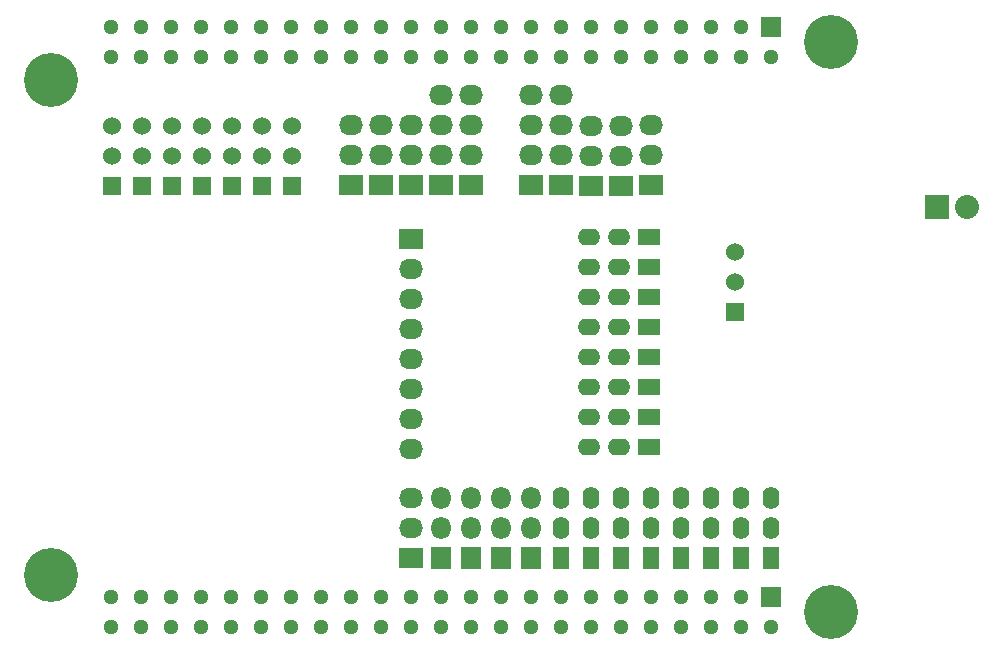
<source format=gbs>
%TF.GenerationSoftware,KiCad,Pcbnew,(6.0.1)*%
%TF.CreationDate,2022-05-20T18:41:22-04:00*%
%TF.ProjectId,BBB-GVS-4,4242422d-4756-4532-9d34-2e6b69636164,0.3*%
%TF.SameCoordinates,PX5962530PY32436e8*%
%TF.FileFunction,Soldermask,Bot*%
%TF.FilePolarity,Negative*%
%FSLAX46Y46*%
G04 Gerber Fmt 4.6, Leading zero omitted, Abs format (unit mm)*
G04 Created by KiCad (PCBNEW (6.0.1)) date 2022-05-20 18:41:22*
%MOMM*%
%LPD*%
G01*
G04 APERTURE LIST*
%ADD10R,1.524000X1.524000*%
%ADD11C,1.524000*%
%ADD12R,2.032000X1.727200*%
%ADD13O,2.032000X1.727200*%
%ADD14R,1.651000X1.651000*%
%ADD15C,1.300480*%
%ADD16C,4.572000*%
%ADD17R,2.032000X2.032000*%
%ADD18O,2.032000X2.032000*%
%ADD19R,1.905000X1.422400*%
%ADD20O,1.905000X1.422400*%
%ADD21R,1.422400X1.905000*%
%ADD22O,1.422400X1.905000*%
%ADD23R,1.651000X1.905000*%
%ADD24O,1.651000X1.905000*%
G04 APERTURE END LIST*
D10*
%TO.C,A6*%
X26162000Y-15367000D03*
D11*
X26162000Y-12827000D03*
X26162000Y-10287000D03*
%TD*%
D10*
%TO.C,A5*%
X23622000Y-15367000D03*
D11*
X23622000Y-12827000D03*
X23622000Y-10287000D03*
%TD*%
D10*
%TO.C,A4*%
X21082000Y-15367000D03*
D11*
X21082000Y-12827000D03*
X21082000Y-10287000D03*
%TD*%
D10*
%TO.C,A0*%
X10922000Y-15367000D03*
D11*
X10922000Y-12827000D03*
X10922000Y-10287000D03*
%TD*%
D10*
%TO.C,A1*%
X13462000Y-15367000D03*
D11*
X13462000Y-12827000D03*
X13462000Y-10287000D03*
%TD*%
D10*
%TO.C,A3*%
X18542000Y-15367000D03*
D11*
X18542000Y-12827000D03*
X18542000Y-10287000D03*
%TD*%
D10*
%TO.C,A2*%
X16002000Y-15367000D03*
D11*
X16002000Y-12827000D03*
X16002000Y-10287000D03*
%TD*%
D10*
%TO.C,J25*%
X63627000Y-26035000D03*
D11*
X63627000Y-23495000D03*
X63627000Y-20955000D03*
%TD*%
D12*
%TO.C,P1*%
X36195000Y-19812000D03*
D13*
X36195000Y-22352000D03*
X36195000Y-24892000D03*
X36195000Y-27432000D03*
X36195000Y-29972000D03*
X36195000Y-32512000D03*
X36195000Y-35052000D03*
X36195000Y-37592000D03*
%TD*%
D12*
%TO.C,J12*%
X36195000Y-46863000D03*
D13*
X36195000Y-44323000D03*
X36195000Y-41783000D03*
%TD*%
D12*
%TO.C,J4*%
X38735000Y-15255000D03*
D13*
X38735000Y-12715000D03*
X38735000Y-10175000D03*
X38735000Y-7635000D03*
%TD*%
D12*
%TO.C,J7*%
X48895000Y-15240000D03*
D13*
X48895000Y-12700000D03*
X48895000Y-10160000D03*
X48895000Y-7620000D03*
%TD*%
D12*
%TO.C,J6*%
X46355000Y-15240000D03*
D13*
X46355000Y-12700000D03*
X46355000Y-10160000D03*
X46355000Y-7620000D03*
%TD*%
D12*
%TO.C,J5*%
X41275000Y-15240000D03*
D13*
X41275000Y-12700000D03*
X41275000Y-10160000D03*
X41275000Y-7620000D03*
%TD*%
D12*
%TO.C,J8*%
X51435000Y-15300800D03*
D13*
X51435000Y-12760800D03*
X51435000Y-10220800D03*
%TD*%
D12*
%TO.C,J3*%
X36195000Y-15240000D03*
D13*
X36195000Y-12700000D03*
X36195000Y-10160000D03*
%TD*%
D12*
%TO.C,J2*%
X33655000Y-15240000D03*
D13*
X33655000Y-12700000D03*
X33655000Y-10160000D03*
%TD*%
D12*
%TO.C,J10*%
X56515000Y-15240000D03*
D13*
X56515000Y-12700000D03*
X56515000Y-10160000D03*
%TD*%
D12*
%TO.C,J9*%
X53975000Y-15316200D03*
D13*
X53975000Y-12776200D03*
X53975000Y-10236200D03*
%TD*%
D12*
%TO.C,J1*%
X31115000Y-15240000D03*
D13*
X31115000Y-12700000D03*
X31115000Y-10160000D03*
%TD*%
D14*
%TO.C,BRD1*%
X66675000Y-50165000D03*
D15*
X66675000Y-52705000D03*
X64135000Y-50165000D03*
X64135000Y-52705000D03*
X61595000Y-50165000D03*
X61595000Y-52705000D03*
X59055000Y-50165000D03*
X59055000Y-52705000D03*
X56515000Y-50165000D03*
X56515000Y-52705000D03*
X53975000Y-50165000D03*
X53975000Y-52705000D03*
X51435000Y-50165000D03*
X51435000Y-52705000D03*
X48895000Y-50165000D03*
X48895000Y-52705000D03*
X46355000Y-50165000D03*
X46355000Y-52705000D03*
X43815000Y-50165000D03*
X43815000Y-52705000D03*
X41275000Y-50165000D03*
X41275000Y-52705000D03*
X38735000Y-50165000D03*
X38735000Y-52705000D03*
X36195000Y-50165000D03*
X36195000Y-52705000D03*
X33655000Y-50165000D03*
X33655000Y-52705000D03*
X31115000Y-50165000D03*
X31115000Y-52705000D03*
X28575000Y-50165000D03*
X28575000Y-52705000D03*
X26035000Y-50165000D03*
X26035000Y-52705000D03*
X23495000Y-50165000D03*
X23495000Y-52705000D03*
X20955000Y-50165000D03*
X20955000Y-52705000D03*
X18415000Y-50165000D03*
X18415000Y-52705000D03*
X15875000Y-50165000D03*
X15875000Y-52705000D03*
X13335000Y-50165000D03*
X13335000Y-52705000D03*
X10795000Y-50165000D03*
X10795000Y-52705000D03*
D14*
X66675000Y-1905000D03*
D15*
X66675000Y-4445000D03*
X64135000Y-1905000D03*
X64135000Y-4445000D03*
X61595000Y-1905000D03*
X61595000Y-4445000D03*
X59055000Y-1905000D03*
X59055000Y-4445000D03*
X56515000Y-1905000D03*
X56515000Y-4445000D03*
X53975000Y-1905000D03*
X53975000Y-4445000D03*
X51435000Y-1905000D03*
X51435000Y-4445000D03*
X48895000Y-1905000D03*
X48895000Y-4445000D03*
X46355000Y-1905000D03*
X46355000Y-4445000D03*
X43815000Y-1905000D03*
X43815000Y-4445000D03*
X41275000Y-1905000D03*
X41275000Y-4445000D03*
X38735000Y-1905000D03*
X38735000Y-4445000D03*
X36195000Y-1905000D03*
X36195000Y-4445000D03*
X33655000Y-1905000D03*
X33655000Y-4445000D03*
X31115000Y-1905000D03*
X31115000Y-4445000D03*
X28575000Y-1905000D03*
X28575000Y-4445000D03*
X26035000Y-1905000D03*
X26035000Y-4445000D03*
X23495000Y-1905000D03*
X23495000Y-4445000D03*
X20955000Y-1905000D03*
X20955000Y-4445000D03*
X18415000Y-1905000D03*
X18415000Y-4445000D03*
X15875000Y-1905000D03*
X15875000Y-4445000D03*
X13335000Y-1905000D03*
X13335000Y-4445000D03*
X10795000Y-1905000D03*
X10795000Y-4445000D03*
D16*
X5715000Y-6350000D03*
X71755000Y-3175000D03*
X71755000Y-51435000D03*
X5715000Y-48260000D03*
%TD*%
D17*
%TO.C,J11*%
X80772000Y-17145000D03*
D18*
X83312000Y-17145000D03*
%TD*%
D19*
%TO.C,J26*%
X56388000Y-37465000D03*
D20*
X53848000Y-37465000D03*
X51308000Y-37465000D03*
D19*
X56388000Y-34925000D03*
D20*
X53848000Y-34925000D03*
X51308000Y-34925000D03*
D19*
X56388000Y-32385000D03*
D20*
X53848000Y-32385000D03*
X51308000Y-32385000D03*
D19*
X56388000Y-29845000D03*
D20*
X53848000Y-29845000D03*
X51308000Y-29845000D03*
D19*
X56388000Y-27305000D03*
D20*
X53848000Y-27305000D03*
X51308000Y-27305000D03*
D19*
X56388000Y-24765000D03*
D20*
X53848000Y-24765000D03*
X51308000Y-24765000D03*
D19*
X56388000Y-22225000D03*
D20*
X53848000Y-22225000D03*
X51308000Y-22225000D03*
D19*
X56388000Y-19685000D03*
D20*
X53848000Y-19685000D03*
X51308000Y-19685000D03*
%TD*%
D21*
%TO.C,J24*%
X48895000Y-46863000D03*
D22*
X48895000Y-44323000D03*
X48895000Y-41783000D03*
D21*
X51435000Y-46863000D03*
D22*
X51435000Y-44323000D03*
X51435000Y-41783000D03*
D21*
X53975000Y-46863000D03*
D22*
X53975000Y-44323000D03*
X53975000Y-41783000D03*
D21*
X56515000Y-46863000D03*
D22*
X56515000Y-44323000D03*
X56515000Y-41783000D03*
D21*
X59055000Y-46863000D03*
D22*
X59055000Y-44323000D03*
X59055000Y-41783000D03*
D21*
X61595000Y-46863000D03*
D22*
X61595000Y-44323000D03*
X61595000Y-41783000D03*
D21*
X64135000Y-46863000D03*
D22*
X64135000Y-44323000D03*
X64135000Y-41783000D03*
D21*
X66675000Y-46863000D03*
D22*
X66675000Y-44323000D03*
X66675000Y-41783000D03*
%TD*%
D23*
%TO.C,J16*%
X38735000Y-46863000D03*
D24*
X38735000Y-44323000D03*
X38735000Y-41783000D03*
D23*
X41275000Y-46863000D03*
D24*
X41275000Y-44323000D03*
X41275000Y-41783000D03*
D23*
X43815000Y-46863000D03*
D24*
X43815000Y-44323000D03*
X43815000Y-41783000D03*
D23*
X46355000Y-46863000D03*
D24*
X46355000Y-44323000D03*
X46355000Y-41783000D03*
%TD*%
M02*

</source>
